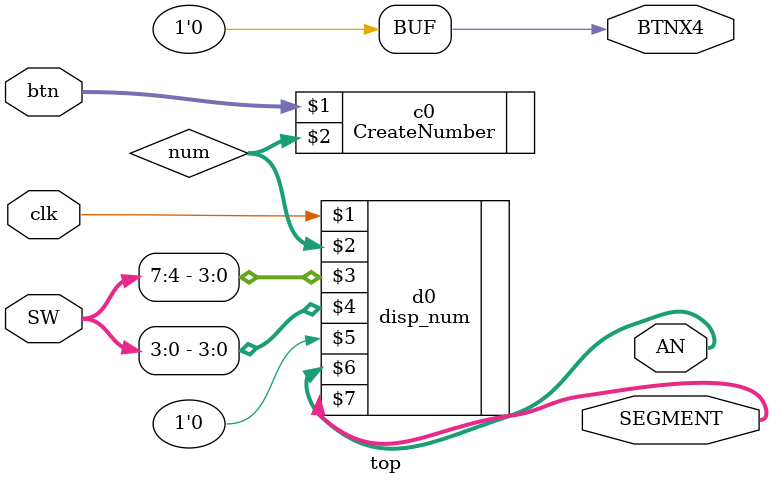
<source format=v>
`timescale 1ns / 1ps
module top(input wire clk,
				input wire [7:0] SW,
				input wire [3:0] btn,
				output wire [3:0] AN,
				output wire [7:0] SEGMENT,
				output wire BTNX4
    );
	wire [15:0] num;
	CreateNumber c0(btn,num);
	disp_num d0(clk, num, SW[7:4], SW[3:0], 1'b0, AN, SEGMENT);
	assign BTNX4=1'b0;
endmodule




 
</source>
